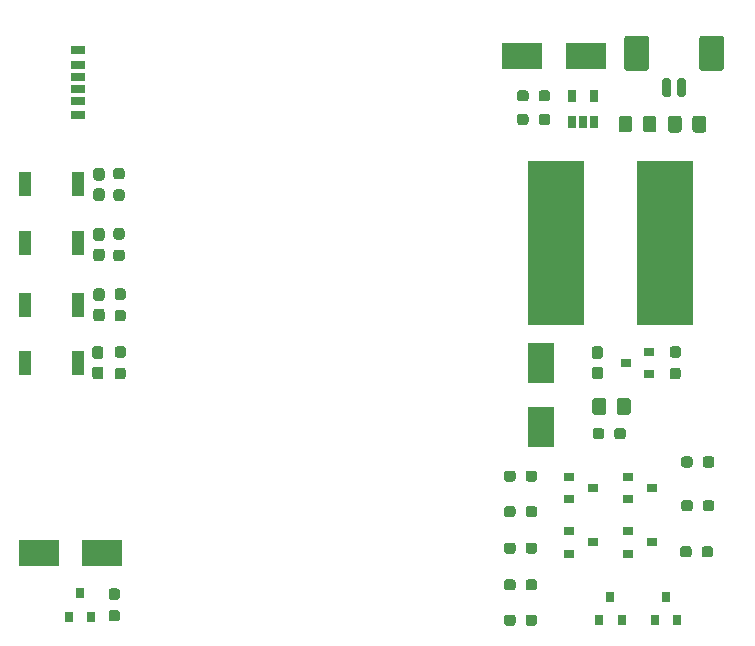
<source format=gbr>
G04 #@! TF.GenerationSoftware,KiCad,Pcbnew,(5.1.10)-1*
G04 #@! TF.CreationDate,2021-08-13T20:40:32+09:00*
G04 #@! TF.ProjectId,lfmassage,6c666d61-7373-4616-9765-2e6b69636164,rev?*
G04 #@! TF.SameCoordinates,Original*
G04 #@! TF.FileFunction,Paste,Top*
G04 #@! TF.FilePolarity,Positive*
%FSLAX46Y46*%
G04 Gerber Fmt 4.6, Leading zero omitted, Abs format (unit mm)*
G04 Created by KiCad (PCBNEW (5.1.10)-1) date 2021-08-13 20:40:32*
%MOMM*%
%LPD*%
G01*
G04 APERTURE LIST*
%ADD10R,3.500000X2.300000*%
%ADD11R,2.300000X3.500000*%
%ADD12R,4.750000X14.000000*%
%ADD13R,0.800000X0.900000*%
%ADD14R,0.900000X0.800000*%
%ADD15R,1.050000X2.000000*%
%ADD16R,1.200000X0.700000*%
%ADD17R,1.200000X0.760000*%
%ADD18R,1.200000X0.800000*%
%ADD19R,0.650000X1.060000*%
G04 APERTURE END LIST*
G36*
G01*
X116475000Y-56375000D02*
X116475000Y-55425000D01*
G75*
G02*
X116725000Y-55175000I250000J0D01*
G01*
X117400000Y-55175000D01*
G75*
G02*
X117650000Y-55425000I0J-250000D01*
G01*
X117650000Y-56375000D01*
G75*
G02*
X117400000Y-56625000I-250000J0D01*
G01*
X116725000Y-56625000D01*
G75*
G02*
X116475000Y-56375000I0J250000D01*
G01*
G37*
G36*
G01*
X118550000Y-56375000D02*
X118550000Y-55425000D01*
G75*
G02*
X118800000Y-55175000I250000J0D01*
G01*
X119475000Y-55175000D01*
G75*
G02*
X119725000Y-55425000I0J-250000D01*
G01*
X119725000Y-56375000D01*
G75*
G02*
X119475000Y-56625000I-250000J0D01*
G01*
X118800000Y-56625000D01*
G75*
G02*
X118550000Y-56375000I0J250000D01*
G01*
G37*
G36*
G01*
X68537500Y-60675000D02*
X68062500Y-60675000D01*
G75*
G02*
X67825000Y-60437500I0J237500D01*
G01*
X67825000Y-59837500D01*
G75*
G02*
X68062500Y-59600000I237500J0D01*
G01*
X68537500Y-59600000D01*
G75*
G02*
X68775000Y-59837500I0J-237500D01*
G01*
X68775000Y-60437500D01*
G75*
G02*
X68537500Y-60675000I-237500J0D01*
G01*
G37*
G36*
G01*
X68537500Y-62400000D02*
X68062500Y-62400000D01*
G75*
G02*
X67825000Y-62162500I0J237500D01*
G01*
X67825000Y-61562500D01*
G75*
G02*
X68062500Y-61325000I237500J0D01*
G01*
X68537500Y-61325000D01*
G75*
G02*
X68775000Y-61562500I0J-237500D01*
G01*
X68775000Y-62162500D01*
G75*
G02*
X68537500Y-62400000I-237500J0D01*
G01*
G37*
G36*
G01*
X68537500Y-67500000D02*
X68062500Y-67500000D01*
G75*
G02*
X67825000Y-67262500I0J237500D01*
G01*
X67825000Y-66662500D01*
G75*
G02*
X68062500Y-66425000I237500J0D01*
G01*
X68537500Y-66425000D01*
G75*
G02*
X68775000Y-66662500I0J-237500D01*
G01*
X68775000Y-67262500D01*
G75*
G02*
X68537500Y-67500000I-237500J0D01*
G01*
G37*
G36*
G01*
X68537500Y-65775000D02*
X68062500Y-65775000D01*
G75*
G02*
X67825000Y-65537500I0J237500D01*
G01*
X67825000Y-64937500D01*
G75*
G02*
X68062500Y-64700000I237500J0D01*
G01*
X68537500Y-64700000D01*
G75*
G02*
X68775000Y-64937500I0J-237500D01*
G01*
X68775000Y-65537500D01*
G75*
G02*
X68537500Y-65775000I-237500J0D01*
G01*
G37*
G36*
G01*
X68537500Y-70875000D02*
X68062500Y-70875000D01*
G75*
G02*
X67825000Y-70637500I0J237500D01*
G01*
X67825000Y-70037500D01*
G75*
G02*
X68062500Y-69800000I237500J0D01*
G01*
X68537500Y-69800000D01*
G75*
G02*
X68775000Y-70037500I0J-237500D01*
G01*
X68775000Y-70637500D01*
G75*
G02*
X68537500Y-70875000I-237500J0D01*
G01*
G37*
G36*
G01*
X68537500Y-72600000D02*
X68062500Y-72600000D01*
G75*
G02*
X67825000Y-72362500I0J237500D01*
G01*
X67825000Y-71762500D01*
G75*
G02*
X68062500Y-71525000I237500J0D01*
G01*
X68537500Y-71525000D01*
G75*
G02*
X68775000Y-71762500I0J-237500D01*
G01*
X68775000Y-72362500D01*
G75*
G02*
X68537500Y-72600000I-237500J0D01*
G01*
G37*
G36*
G01*
X68437500Y-77500000D02*
X67962500Y-77500000D01*
G75*
G02*
X67725000Y-77262500I0J237500D01*
G01*
X67725000Y-76662500D01*
G75*
G02*
X67962500Y-76425000I237500J0D01*
G01*
X68437500Y-76425000D01*
G75*
G02*
X68675000Y-76662500I0J-237500D01*
G01*
X68675000Y-77262500D01*
G75*
G02*
X68437500Y-77500000I-237500J0D01*
G01*
G37*
G36*
G01*
X68437500Y-75775000D02*
X67962500Y-75775000D01*
G75*
G02*
X67725000Y-75537500I0J237500D01*
G01*
X67725000Y-74937500D01*
G75*
G02*
X67962500Y-74700000I237500J0D01*
G01*
X68437500Y-74700000D01*
G75*
G02*
X68675000Y-74937500I0J-237500D01*
G01*
X68675000Y-75537500D01*
G75*
G02*
X68437500Y-75775000I-237500J0D01*
G01*
G37*
G36*
G01*
X110262500Y-74700000D02*
X110737500Y-74700000D01*
G75*
G02*
X110975000Y-74937500I0J-237500D01*
G01*
X110975000Y-75537500D01*
G75*
G02*
X110737500Y-75775000I-237500J0D01*
G01*
X110262500Y-75775000D01*
G75*
G02*
X110025000Y-75537500I0J237500D01*
G01*
X110025000Y-74937500D01*
G75*
G02*
X110262500Y-74700000I237500J0D01*
G01*
G37*
G36*
G01*
X110262500Y-76425000D02*
X110737500Y-76425000D01*
G75*
G02*
X110975000Y-76662500I0J-237500D01*
G01*
X110975000Y-77262500D01*
G75*
G02*
X110737500Y-77500000I-237500J0D01*
G01*
X110262500Y-77500000D01*
G75*
G02*
X110025000Y-77262500I0J237500D01*
G01*
X110025000Y-76662500D01*
G75*
G02*
X110262500Y-76425000I237500J0D01*
G01*
G37*
G36*
G01*
X112150000Y-80275000D02*
X112150000Y-79325000D01*
G75*
G02*
X112400000Y-79075000I250000J0D01*
G01*
X113075000Y-79075000D01*
G75*
G02*
X113325000Y-79325000I0J-250000D01*
G01*
X113325000Y-80275000D01*
G75*
G02*
X113075000Y-80525000I-250000J0D01*
G01*
X112400000Y-80525000D01*
G75*
G02*
X112150000Y-80275000I0J250000D01*
G01*
G37*
G36*
G01*
X110075000Y-80275000D02*
X110075000Y-79325000D01*
G75*
G02*
X110325000Y-79075000I250000J0D01*
G01*
X111000000Y-79075000D01*
G75*
G02*
X111250000Y-79325000I0J-250000D01*
G01*
X111250000Y-80275000D01*
G75*
G02*
X111000000Y-80525000I-250000J0D01*
G01*
X110325000Y-80525000D01*
G75*
G02*
X110075000Y-80275000I0J250000D01*
G01*
G37*
D10*
X109500000Y-50100000D03*
X104100000Y-50100000D03*
G36*
G01*
X112300000Y-56350001D02*
X112300000Y-55449999D01*
G75*
G02*
X112549999Y-55200000I249999J0D01*
G01*
X113200001Y-55200000D01*
G75*
G02*
X113450000Y-55449999I0J-249999D01*
G01*
X113450000Y-56350001D01*
G75*
G02*
X113200001Y-56600000I-249999J0D01*
G01*
X112549999Y-56600000D01*
G75*
G02*
X112300000Y-56350001I0J249999D01*
G01*
G37*
G36*
G01*
X114350000Y-56350001D02*
X114350000Y-55449999D01*
G75*
G02*
X114599999Y-55200000I249999J0D01*
G01*
X115250001Y-55200000D01*
G75*
G02*
X115500000Y-55449999I0J-249999D01*
G01*
X115500000Y-56350001D01*
G75*
G02*
X115250001Y-56600000I-249999J0D01*
G01*
X114599999Y-56600000D01*
G75*
G02*
X114350000Y-56350001I0J249999D01*
G01*
G37*
X68600000Y-92200000D03*
X63200000Y-92200000D03*
D11*
X105700000Y-81500000D03*
X105700000Y-76100000D03*
G36*
G01*
X118025000Y-52200000D02*
X118025000Y-53400000D01*
G75*
G02*
X117825000Y-53600000I-200000J0D01*
G01*
X117425000Y-53600000D01*
G75*
G02*
X117225000Y-53400000I0J200000D01*
G01*
X117225000Y-52200000D01*
G75*
G02*
X117425000Y-52000000I200000J0D01*
G01*
X117825000Y-52000000D01*
G75*
G02*
X118025000Y-52200000I0J-200000D01*
G01*
G37*
G36*
G01*
X116775000Y-52200000D02*
X116775000Y-53400000D01*
G75*
G02*
X116575000Y-53600000I-200000J0D01*
G01*
X116175000Y-53600000D01*
G75*
G02*
X115975000Y-53400000I0J200000D01*
G01*
X115975000Y-52200000D01*
G75*
G02*
X116175000Y-52000000I200000J0D01*
G01*
X116575000Y-52000000D01*
G75*
G02*
X116775000Y-52200000I0J-200000D01*
G01*
G37*
G36*
G01*
X121225000Y-48649999D02*
X121225000Y-51150001D01*
G75*
G02*
X120975001Y-51400000I-249999J0D01*
G01*
X119374999Y-51400000D01*
G75*
G02*
X119125000Y-51150001I0J249999D01*
G01*
X119125000Y-48649999D01*
G75*
G02*
X119374999Y-48400000I249999J0D01*
G01*
X120975001Y-48400000D01*
G75*
G02*
X121225000Y-48649999I0J-249999D01*
G01*
G37*
G36*
G01*
X114875000Y-48649999D02*
X114875000Y-51150001D01*
G75*
G02*
X114625001Y-51400000I-249999J0D01*
G01*
X113024999Y-51400000D01*
G75*
G02*
X112775000Y-51150001I0J249999D01*
G01*
X112775000Y-48649999D01*
G75*
G02*
X113024999Y-48400000I249999J0D01*
G01*
X114625001Y-48400000D01*
G75*
G02*
X114875000Y-48649999I0J-249999D01*
G01*
G37*
D12*
X116225000Y-66000000D03*
X106975000Y-66000000D03*
D13*
X65750000Y-97600000D03*
X67650000Y-97600000D03*
X66700000Y-95600000D03*
D14*
X108100000Y-85750000D03*
X108100000Y-87650000D03*
X110100000Y-86700000D03*
X115100000Y-86700000D03*
X113100000Y-87650000D03*
X113100000Y-85750000D03*
X110100000Y-91300000D03*
X108100000Y-92250000D03*
X108100000Y-90350000D03*
X113100000Y-90350000D03*
X113100000Y-92250000D03*
X115100000Y-91300000D03*
D13*
X111600000Y-95900000D03*
X112550000Y-97900000D03*
X110650000Y-97900000D03*
X115350000Y-97900000D03*
X117250000Y-97900000D03*
X116300000Y-95900000D03*
D14*
X112900000Y-76100000D03*
X114900000Y-75150000D03*
X114900000Y-77050000D03*
G36*
G01*
X105525000Y-55737500D02*
X105525000Y-55262500D01*
G75*
G02*
X105762500Y-55025000I237500J0D01*
G01*
X106262500Y-55025000D01*
G75*
G02*
X106500000Y-55262500I0J-237500D01*
G01*
X106500000Y-55737500D01*
G75*
G02*
X106262500Y-55975000I-237500J0D01*
G01*
X105762500Y-55975000D01*
G75*
G02*
X105525000Y-55737500I0J237500D01*
G01*
G37*
G36*
G01*
X103700000Y-55737500D02*
X103700000Y-55262500D01*
G75*
G02*
X103937500Y-55025000I237500J0D01*
G01*
X104437500Y-55025000D01*
G75*
G02*
X104675000Y-55262500I0J-237500D01*
G01*
X104675000Y-55737500D01*
G75*
G02*
X104437500Y-55975000I-237500J0D01*
G01*
X103937500Y-55975000D01*
G75*
G02*
X103700000Y-55737500I0J237500D01*
G01*
G37*
G36*
G01*
X103700000Y-53737500D02*
X103700000Y-53262500D01*
G75*
G02*
X103937500Y-53025000I237500J0D01*
G01*
X104437500Y-53025000D01*
G75*
G02*
X104675000Y-53262500I0J-237500D01*
G01*
X104675000Y-53737500D01*
G75*
G02*
X104437500Y-53975000I-237500J0D01*
G01*
X103937500Y-53975000D01*
G75*
G02*
X103700000Y-53737500I0J237500D01*
G01*
G37*
G36*
G01*
X105525000Y-53737500D02*
X105525000Y-53262500D01*
G75*
G02*
X105762500Y-53025000I237500J0D01*
G01*
X106262500Y-53025000D01*
G75*
G02*
X106500000Y-53262500I0J-237500D01*
G01*
X106500000Y-53737500D01*
G75*
G02*
X106262500Y-53975000I-237500J0D01*
G01*
X105762500Y-53975000D01*
G75*
G02*
X105525000Y-53737500I0J237500D01*
G01*
G37*
G36*
G01*
X70237500Y-62400000D02*
X69762500Y-62400000D01*
G75*
G02*
X69525000Y-62162500I0J237500D01*
G01*
X69525000Y-61662500D01*
G75*
G02*
X69762500Y-61425000I237500J0D01*
G01*
X70237500Y-61425000D01*
G75*
G02*
X70475000Y-61662500I0J-237500D01*
G01*
X70475000Y-62162500D01*
G75*
G02*
X70237500Y-62400000I-237500J0D01*
G01*
G37*
G36*
G01*
X70237500Y-60575000D02*
X69762500Y-60575000D01*
G75*
G02*
X69525000Y-60337500I0J237500D01*
G01*
X69525000Y-59837500D01*
G75*
G02*
X69762500Y-59600000I237500J0D01*
G01*
X70237500Y-59600000D01*
G75*
G02*
X70475000Y-59837500I0J-237500D01*
G01*
X70475000Y-60337500D01*
G75*
G02*
X70237500Y-60575000I-237500J0D01*
G01*
G37*
G36*
G01*
X70237500Y-67500000D02*
X69762500Y-67500000D01*
G75*
G02*
X69525000Y-67262500I0J237500D01*
G01*
X69525000Y-66762500D01*
G75*
G02*
X69762500Y-66525000I237500J0D01*
G01*
X70237500Y-66525000D01*
G75*
G02*
X70475000Y-66762500I0J-237500D01*
G01*
X70475000Y-67262500D01*
G75*
G02*
X70237500Y-67500000I-237500J0D01*
G01*
G37*
G36*
G01*
X70237500Y-65675000D02*
X69762500Y-65675000D01*
G75*
G02*
X69525000Y-65437500I0J237500D01*
G01*
X69525000Y-64937500D01*
G75*
G02*
X69762500Y-64700000I237500J0D01*
G01*
X70237500Y-64700000D01*
G75*
G02*
X70475000Y-64937500I0J-237500D01*
G01*
X70475000Y-65437500D01*
G75*
G02*
X70237500Y-65675000I-237500J0D01*
G01*
G37*
G36*
G01*
X70337500Y-70775000D02*
X69862500Y-70775000D01*
G75*
G02*
X69625000Y-70537500I0J237500D01*
G01*
X69625000Y-70037500D01*
G75*
G02*
X69862500Y-69800000I237500J0D01*
G01*
X70337500Y-69800000D01*
G75*
G02*
X70575000Y-70037500I0J-237500D01*
G01*
X70575000Y-70537500D01*
G75*
G02*
X70337500Y-70775000I-237500J0D01*
G01*
G37*
G36*
G01*
X70337500Y-72600000D02*
X69862500Y-72600000D01*
G75*
G02*
X69625000Y-72362500I0J237500D01*
G01*
X69625000Y-71862500D01*
G75*
G02*
X69862500Y-71625000I237500J0D01*
G01*
X70337500Y-71625000D01*
G75*
G02*
X70575000Y-71862500I0J-237500D01*
G01*
X70575000Y-72362500D01*
G75*
G02*
X70337500Y-72600000I-237500J0D01*
G01*
G37*
G36*
G01*
X70337500Y-75675000D02*
X69862500Y-75675000D01*
G75*
G02*
X69625000Y-75437500I0J237500D01*
G01*
X69625000Y-74937500D01*
G75*
G02*
X69862500Y-74700000I237500J0D01*
G01*
X70337500Y-74700000D01*
G75*
G02*
X70575000Y-74937500I0J-237500D01*
G01*
X70575000Y-75437500D01*
G75*
G02*
X70337500Y-75675000I-237500J0D01*
G01*
G37*
G36*
G01*
X70337500Y-77500000D02*
X69862500Y-77500000D01*
G75*
G02*
X69625000Y-77262500I0J237500D01*
G01*
X69625000Y-76762500D01*
G75*
G02*
X69862500Y-76525000I237500J0D01*
G01*
X70337500Y-76525000D01*
G75*
G02*
X70575000Y-76762500I0J-237500D01*
G01*
X70575000Y-77262500D01*
G75*
G02*
X70337500Y-77500000I-237500J0D01*
G01*
G37*
G36*
G01*
X69837500Y-96175000D02*
X69362500Y-96175000D01*
G75*
G02*
X69125000Y-95937500I0J237500D01*
G01*
X69125000Y-95437500D01*
G75*
G02*
X69362500Y-95200000I237500J0D01*
G01*
X69837500Y-95200000D01*
G75*
G02*
X70075000Y-95437500I0J-237500D01*
G01*
X70075000Y-95937500D01*
G75*
G02*
X69837500Y-96175000I-237500J0D01*
G01*
G37*
G36*
G01*
X69837500Y-98000000D02*
X69362500Y-98000000D01*
G75*
G02*
X69125000Y-97762500I0J237500D01*
G01*
X69125000Y-97262500D01*
G75*
G02*
X69362500Y-97025000I237500J0D01*
G01*
X69837500Y-97025000D01*
G75*
G02*
X70075000Y-97262500I0J-237500D01*
G01*
X70075000Y-97762500D01*
G75*
G02*
X69837500Y-98000000I-237500J0D01*
G01*
G37*
G36*
G01*
X110100000Y-82337500D02*
X110100000Y-81862500D01*
G75*
G02*
X110337500Y-81625000I237500J0D01*
G01*
X110837500Y-81625000D01*
G75*
G02*
X111075000Y-81862500I0J-237500D01*
G01*
X111075000Y-82337500D01*
G75*
G02*
X110837500Y-82575000I-237500J0D01*
G01*
X110337500Y-82575000D01*
G75*
G02*
X110100000Y-82337500I0J237500D01*
G01*
G37*
G36*
G01*
X111925000Y-82337500D02*
X111925000Y-81862500D01*
G75*
G02*
X112162500Y-81625000I237500J0D01*
G01*
X112662500Y-81625000D01*
G75*
G02*
X112900000Y-81862500I0J-237500D01*
G01*
X112900000Y-82337500D01*
G75*
G02*
X112662500Y-82575000I-237500J0D01*
G01*
X112162500Y-82575000D01*
G75*
G02*
X111925000Y-82337500I0J237500D01*
G01*
G37*
G36*
G01*
X103575000Y-85462500D02*
X103575000Y-85937500D01*
G75*
G02*
X103337500Y-86175000I-237500J0D01*
G01*
X102837500Y-86175000D01*
G75*
G02*
X102600000Y-85937500I0J237500D01*
G01*
X102600000Y-85462500D01*
G75*
G02*
X102837500Y-85225000I237500J0D01*
G01*
X103337500Y-85225000D01*
G75*
G02*
X103575000Y-85462500I0J-237500D01*
G01*
G37*
G36*
G01*
X105400000Y-85462500D02*
X105400000Y-85937500D01*
G75*
G02*
X105162500Y-86175000I-237500J0D01*
G01*
X104662500Y-86175000D01*
G75*
G02*
X104425000Y-85937500I0J237500D01*
G01*
X104425000Y-85462500D01*
G75*
G02*
X104662500Y-85225000I237500J0D01*
G01*
X105162500Y-85225000D01*
G75*
G02*
X105400000Y-85462500I0J-237500D01*
G01*
G37*
G36*
G01*
X117600000Y-84737500D02*
X117600000Y-84262500D01*
G75*
G02*
X117837500Y-84025000I237500J0D01*
G01*
X118337500Y-84025000D01*
G75*
G02*
X118575000Y-84262500I0J-237500D01*
G01*
X118575000Y-84737500D01*
G75*
G02*
X118337500Y-84975000I-237500J0D01*
G01*
X117837500Y-84975000D01*
G75*
G02*
X117600000Y-84737500I0J237500D01*
G01*
G37*
G36*
G01*
X119425000Y-84737500D02*
X119425000Y-84262500D01*
G75*
G02*
X119662500Y-84025000I237500J0D01*
G01*
X120162500Y-84025000D01*
G75*
G02*
X120400000Y-84262500I0J-237500D01*
G01*
X120400000Y-84737500D01*
G75*
G02*
X120162500Y-84975000I-237500J0D01*
G01*
X119662500Y-84975000D01*
G75*
G02*
X119425000Y-84737500I0J237500D01*
G01*
G37*
G36*
G01*
X105400000Y-88462500D02*
X105400000Y-88937500D01*
G75*
G02*
X105162500Y-89175000I-237500J0D01*
G01*
X104662500Y-89175000D01*
G75*
G02*
X104425000Y-88937500I0J237500D01*
G01*
X104425000Y-88462500D01*
G75*
G02*
X104662500Y-88225000I237500J0D01*
G01*
X105162500Y-88225000D01*
G75*
G02*
X105400000Y-88462500I0J-237500D01*
G01*
G37*
G36*
G01*
X103575000Y-88462500D02*
X103575000Y-88937500D01*
G75*
G02*
X103337500Y-89175000I-237500J0D01*
G01*
X102837500Y-89175000D01*
G75*
G02*
X102600000Y-88937500I0J237500D01*
G01*
X102600000Y-88462500D01*
G75*
G02*
X102837500Y-88225000I237500J0D01*
G01*
X103337500Y-88225000D01*
G75*
G02*
X103575000Y-88462500I0J-237500D01*
G01*
G37*
G36*
G01*
X119425000Y-88437500D02*
X119425000Y-87962500D01*
G75*
G02*
X119662500Y-87725000I237500J0D01*
G01*
X120162500Y-87725000D01*
G75*
G02*
X120400000Y-87962500I0J-237500D01*
G01*
X120400000Y-88437500D01*
G75*
G02*
X120162500Y-88675000I-237500J0D01*
G01*
X119662500Y-88675000D01*
G75*
G02*
X119425000Y-88437500I0J237500D01*
G01*
G37*
G36*
G01*
X117600000Y-88437500D02*
X117600000Y-87962500D01*
G75*
G02*
X117837500Y-87725000I237500J0D01*
G01*
X118337500Y-87725000D01*
G75*
G02*
X118575000Y-87962500I0J-237500D01*
G01*
X118575000Y-88437500D01*
G75*
G02*
X118337500Y-88675000I-237500J0D01*
G01*
X117837500Y-88675000D01*
G75*
G02*
X117600000Y-88437500I0J237500D01*
G01*
G37*
G36*
G01*
X102600000Y-92037500D02*
X102600000Y-91562500D01*
G75*
G02*
X102837500Y-91325000I237500J0D01*
G01*
X103337500Y-91325000D01*
G75*
G02*
X103575000Y-91562500I0J-237500D01*
G01*
X103575000Y-92037500D01*
G75*
G02*
X103337500Y-92275000I-237500J0D01*
G01*
X102837500Y-92275000D01*
G75*
G02*
X102600000Y-92037500I0J237500D01*
G01*
G37*
G36*
G01*
X104425000Y-92037500D02*
X104425000Y-91562500D01*
G75*
G02*
X104662500Y-91325000I237500J0D01*
G01*
X105162500Y-91325000D01*
G75*
G02*
X105400000Y-91562500I0J-237500D01*
G01*
X105400000Y-92037500D01*
G75*
G02*
X105162500Y-92275000I-237500J0D01*
G01*
X104662500Y-92275000D01*
G75*
G02*
X104425000Y-92037500I0J237500D01*
G01*
G37*
G36*
G01*
X118475000Y-91862500D02*
X118475000Y-92337500D01*
G75*
G02*
X118237500Y-92575000I-237500J0D01*
G01*
X117737500Y-92575000D01*
G75*
G02*
X117500000Y-92337500I0J237500D01*
G01*
X117500000Y-91862500D01*
G75*
G02*
X117737500Y-91625000I237500J0D01*
G01*
X118237500Y-91625000D01*
G75*
G02*
X118475000Y-91862500I0J-237500D01*
G01*
G37*
G36*
G01*
X120300000Y-91862500D02*
X120300000Y-92337500D01*
G75*
G02*
X120062500Y-92575000I-237500J0D01*
G01*
X119562500Y-92575000D01*
G75*
G02*
X119325000Y-92337500I0J237500D01*
G01*
X119325000Y-91862500D01*
G75*
G02*
X119562500Y-91625000I237500J0D01*
G01*
X120062500Y-91625000D01*
G75*
G02*
X120300000Y-91862500I0J-237500D01*
G01*
G37*
G36*
G01*
X105400000Y-97662500D02*
X105400000Y-98137500D01*
G75*
G02*
X105162500Y-98375000I-237500J0D01*
G01*
X104662500Y-98375000D01*
G75*
G02*
X104425000Y-98137500I0J237500D01*
G01*
X104425000Y-97662500D01*
G75*
G02*
X104662500Y-97425000I237500J0D01*
G01*
X105162500Y-97425000D01*
G75*
G02*
X105400000Y-97662500I0J-237500D01*
G01*
G37*
G36*
G01*
X103575000Y-97662500D02*
X103575000Y-98137500D01*
G75*
G02*
X103337500Y-98375000I-237500J0D01*
G01*
X102837500Y-98375000D01*
G75*
G02*
X102600000Y-98137500I0J237500D01*
G01*
X102600000Y-97662500D01*
G75*
G02*
X102837500Y-97425000I237500J0D01*
G01*
X103337500Y-97425000D01*
G75*
G02*
X103575000Y-97662500I0J-237500D01*
G01*
G37*
G36*
G01*
X105400000Y-94662500D02*
X105400000Y-95137500D01*
G75*
G02*
X105162500Y-95375000I-237500J0D01*
G01*
X104662500Y-95375000D01*
G75*
G02*
X104425000Y-95137500I0J237500D01*
G01*
X104425000Y-94662500D01*
G75*
G02*
X104662500Y-94425000I237500J0D01*
G01*
X105162500Y-94425000D01*
G75*
G02*
X105400000Y-94662500I0J-237500D01*
G01*
G37*
G36*
G01*
X103575000Y-94662500D02*
X103575000Y-95137500D01*
G75*
G02*
X103337500Y-95375000I-237500J0D01*
G01*
X102837500Y-95375000D01*
G75*
G02*
X102600000Y-95137500I0J237500D01*
G01*
X102600000Y-94662500D01*
G75*
G02*
X102837500Y-94425000I237500J0D01*
G01*
X103337500Y-94425000D01*
G75*
G02*
X103575000Y-94662500I0J-237500D01*
G01*
G37*
G36*
G01*
X117337500Y-75675000D02*
X116862500Y-75675000D01*
G75*
G02*
X116625000Y-75437500I0J237500D01*
G01*
X116625000Y-74937500D01*
G75*
G02*
X116862500Y-74700000I237500J0D01*
G01*
X117337500Y-74700000D01*
G75*
G02*
X117575000Y-74937500I0J-237500D01*
G01*
X117575000Y-75437500D01*
G75*
G02*
X117337500Y-75675000I-237500J0D01*
G01*
G37*
G36*
G01*
X117337500Y-77500000D02*
X116862500Y-77500000D01*
G75*
G02*
X116625000Y-77262500I0J237500D01*
G01*
X116625000Y-76762500D01*
G75*
G02*
X116862500Y-76525000I237500J0D01*
G01*
X117337500Y-76525000D01*
G75*
G02*
X117575000Y-76762500I0J-237500D01*
G01*
X117575000Y-77262500D01*
G75*
G02*
X117337500Y-77500000I-237500J0D01*
G01*
G37*
D15*
X66525000Y-61000000D03*
X62075000Y-61000000D03*
X62075000Y-66000000D03*
X66525000Y-66000000D03*
X66525000Y-71200000D03*
X62075000Y-71200000D03*
X62075000Y-76100000D03*
X66525000Y-76100000D03*
D16*
X66550000Y-51900000D03*
X66550000Y-52900000D03*
D17*
X66550000Y-50880000D03*
X66550000Y-53920000D03*
D18*
X66550000Y-49650000D03*
X66550000Y-55150000D03*
D19*
X108350000Y-55700000D03*
X109300000Y-55700000D03*
X110250000Y-55700000D03*
X110250000Y-53500000D03*
X108350000Y-53500000D03*
M02*

</source>
